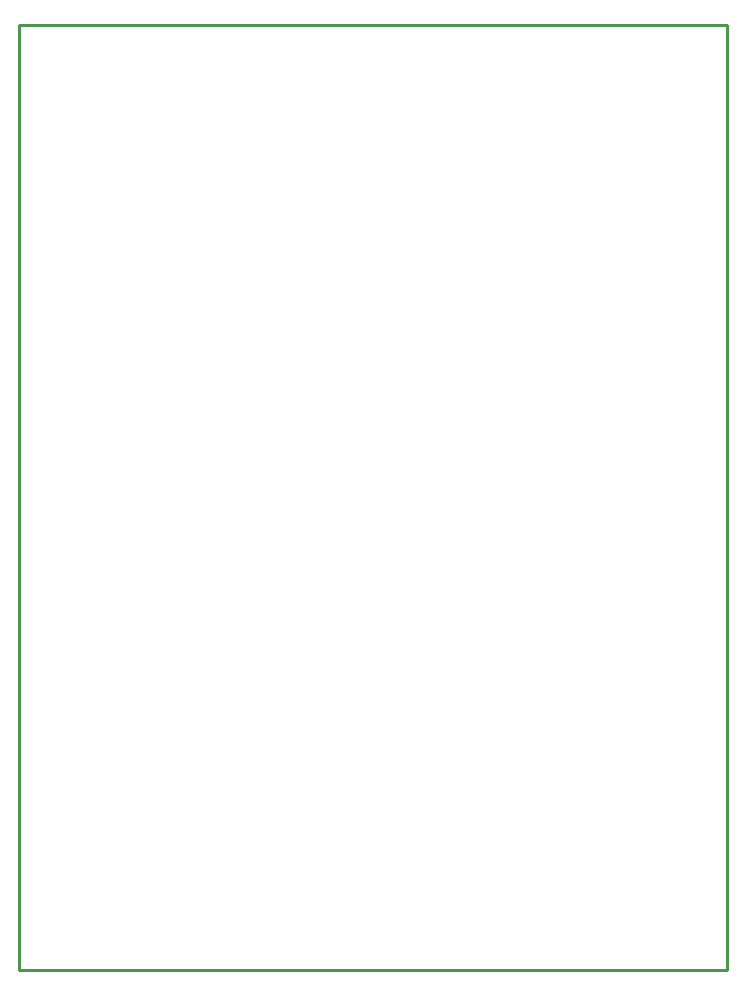
<source format=gm1>
G04 Layer_Color=16711935*
%FSLAX25Y25*%
%MOIN*%
G70*
G01*
G75*
%ADD14C,0.01000*%
D14*
X464000Y137500D02*
X700000D01*
X464000D02*
Y452500D01*
X700000D01*
Y137500D02*
Y452500D01*
M02*

</source>
